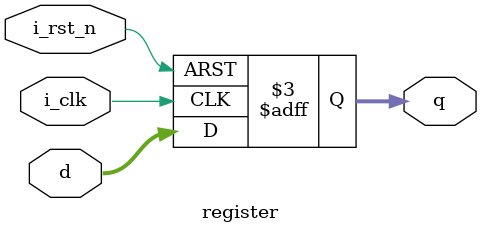
<source format=sv>
module register(
    input logic i_clk,
    input logic i_rst_n,
    input logic [7:0] d,
    output logic [7:0] q
);

always @(posedge i_clk, negedge i_rst_n) begin
    if (!i_rst_n) begin
        q <= 0;
    end else begin
        q <= d;
    end
end

endmodule : register


</source>
